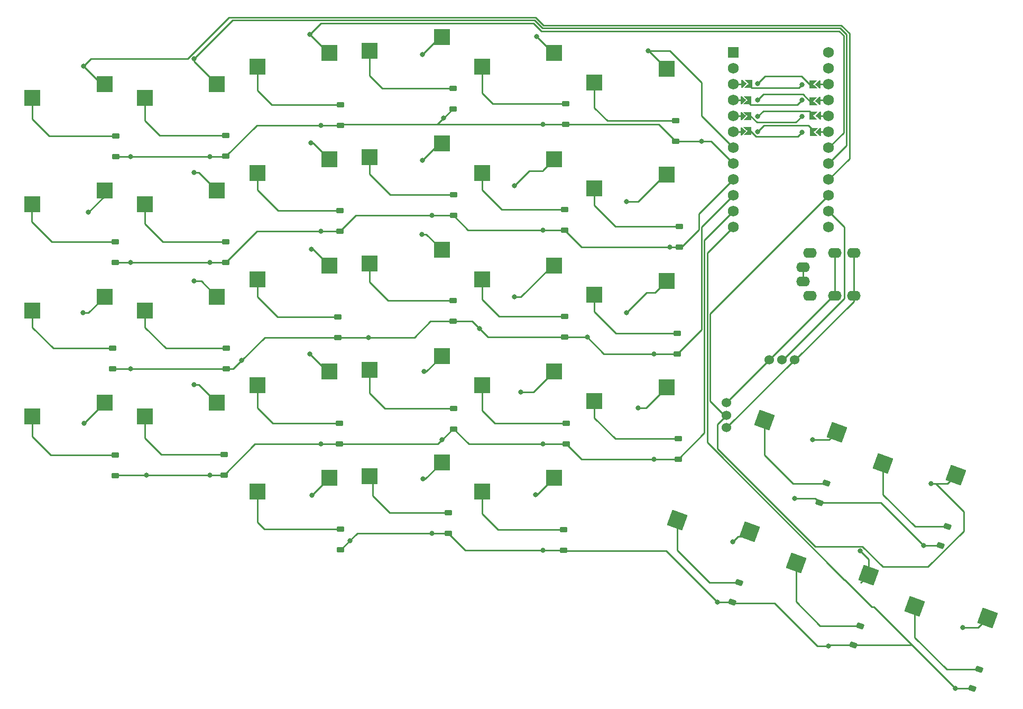
<source format=gbr>
%TF.GenerationSoftware,KiCad,Pcbnew,8.0.5*%
%TF.CreationDate,2024-12-08T15:47:29-07:00*%
%TF.ProjectId,Split V2,53706c69-7420-4563-922e-6b696361645f,rev?*%
%TF.SameCoordinates,Original*%
%TF.FileFunction,Copper,L1,Top*%
%TF.FilePolarity,Positive*%
%FSLAX46Y46*%
G04 Gerber Fmt 4.6, Leading zero omitted, Abs format (unit mm)*
G04 Created by KiCad (PCBNEW 8.0.5) date 2024-12-08 15:47:29*
%MOMM*%
%LPD*%
G01*
G04 APERTURE LIST*
G04 Aperture macros list*
%AMRoundRect*
0 Rectangle with rounded corners*
0 $1 Rounding radius*
0 $2 $3 $4 $5 $6 $7 $8 $9 X,Y pos of 4 corners*
0 Add a 4 corners polygon primitive as box body*
4,1,4,$2,$3,$4,$5,$6,$7,$8,$9,$2,$3,0*
0 Add four circle primitives for the rounded corners*
1,1,$1+$1,$2,$3*
1,1,$1+$1,$4,$5*
1,1,$1+$1,$6,$7*
1,1,$1+$1,$8,$9*
0 Add four rect primitives between the rounded corners*
20,1,$1+$1,$2,$3,$4,$5,0*
20,1,$1+$1,$4,$5,$6,$7,0*
20,1,$1+$1,$6,$7,$8,$9,0*
20,1,$1+$1,$8,$9,$2,$3,0*%
%AMRotRect*
0 Rectangle, with rotation*
0 The origin of the aperture is its center*
0 $1 length*
0 $2 width*
0 $3 Rotation angle, in degrees counterclockwise*
0 Add horizontal line*
21,1,$1,$2,0,0,$3*%
%AMFreePoly0*
4,1,6,-0.054118,0.683245,0.636958,0.066744,-0.054118,-0.566755,-0.273003,-0.563966,-0.269411,0.686099,-0.054118,0.683245,-0.054118,0.683245,$1*%
%AMFreePoly1*
4,1,6,0.394834,-1.028090,-0.855166,-1.028090,-0.164090,-0.411589,-0.855166,0.221910,0.394834,0.221910,0.394834,-1.028090,0.394834,-1.028090,$1*%
%AMFreePoly2*
4,1,6,0.164090,-0.411589,0.855166,-1.028090,-0.394834,-1.028090,-0.394834,0.221910,0.855166,0.221910,0.164090,-0.411589,0.164090,-0.411589,$1*%
G04 Aperture macros list end*
%TA.AperFunction,SMDPad,CuDef*%
%ADD10RoundRect,0.225000X0.375000X-0.225000X0.375000X0.225000X-0.375000X0.225000X-0.375000X-0.225000X0*%
%TD*%
%TA.AperFunction,SMDPad,CuDef*%
%ADD11R,2.600000X2.600000*%
%TD*%
%TA.AperFunction,ComponentPad*%
%ADD12C,1.524000*%
%TD*%
%TA.AperFunction,SMDPad,CuDef*%
%ADD13RotRect,2.600000X2.600000X340.000000*%
%TD*%
%TA.AperFunction,ComponentPad*%
%ADD14R,1.752600X1.752600*%
%TD*%
%TA.AperFunction,ComponentPad*%
%ADD15C,1.752600*%
%TD*%
%TA.AperFunction,SMDPad,CuDef*%
%ADD16FreePoly0,0.000000*%
%TD*%
%TA.AperFunction,ComponentPad*%
%ADD17C,0.800000*%
%TD*%
%TA.AperFunction,SMDPad,CuDef*%
%ADD18FreePoly1,180.000000*%
%TD*%
%TA.AperFunction,SMDPad,CuDef*%
%ADD19FreePoly2,0.000000*%
%TD*%
%TA.AperFunction,SMDPad,CuDef*%
%ADD20FreePoly1,0.000000*%
%TD*%
%TA.AperFunction,SMDPad,CuDef*%
%ADD21FreePoly0,180.000000*%
%TD*%
%TA.AperFunction,SMDPad,CuDef*%
%ADD22FreePoly2,180.000000*%
%TD*%
%TA.AperFunction,SMDPad,CuDef*%
%ADD23RoundRect,0.225000X0.275430X-0.339688X0.429339X0.083173X-0.275430X0.339688X-0.429339X-0.083173X0*%
%TD*%
%TA.AperFunction,ComponentPad*%
%ADD24O,2.200000X1.600000*%
%TD*%
%TA.AperFunction,ViaPad*%
%ADD25C,0.800000*%
%TD*%
%TA.AperFunction,Conductor*%
%ADD26C,0.250000*%
%TD*%
G04 APERTURE END LIST*
D10*
%TO.P,DX3\u002CY2,1,K*%
%TO.N,Row3*%
X132601803Y-93633910D03*
%TO.P,DX3\u002CY2,2,A*%
%TO.N,Net-(DX3\u002CY2-A)*%
X132601803Y-90333910D03*
%TD*%
%TO.P,DX1\u002CY5,1,K*%
%TO.N,Row1*%
X186734423Y-130112226D03*
%TO.P,DX1\u002CY5,2,A*%
%TO.N,Net-(DX1\u002CY5-A)*%
X186734423Y-126812226D03*
%TD*%
D11*
%TO.P,SWX1\u002CY0,1,1*%
%TO.N,Col0*%
X94885000Y-121090000D03*
%TO.P,SWX1\u002CY0,2,2*%
%TO.N,Net-(DX1\u002CY0-A)*%
X83335000Y-123290000D03*
%TD*%
D10*
%TO.P,DX3\u002CY3,1,K*%
%TO.N,Row3*%
X150762593Y-91086970D03*
%TO.P,DX3\u002CY3,2,A*%
%TO.N,Net-(DX3\u002CY3-A)*%
X150762593Y-87786970D03*
%TD*%
D11*
%TO.P,SWX4\u002CY0,1,1*%
%TO.N,Col0*%
X94885000Y-70090000D03*
%TO.P,SWX4\u002CY0,2,2*%
%TO.N,Net-(DX4\u002CY0-A)*%
X83335000Y-72290000D03*
%TD*%
D12*
%TO.P,Joystick1,1,VCC*%
%TO.N,VCC*%
X194500629Y-125059163D03*
X205350629Y-114209163D03*
%TO.P,Joystick1,2,DataY*%
%TO.N,B3*%
X194500629Y-123059163D03*
%TO.P,Joystick1,3,DataX*%
%TO.N,B2*%
X203350629Y-114209163D03*
%TO.P,Joystick1,4,GND*%
%TO.N,Gnd*%
X194500629Y-121059163D03*
X201350629Y-114209163D03*
%TD*%
D11*
%TO.P,SWX1\u002CY5,1,1*%
%TO.N,Col5*%
X184885000Y-118590000D03*
%TO.P,SWX1\u002CY5,2,2*%
%TO.N,Net-(DX1\u002CY5-A)*%
X173335000Y-120790000D03*
%TD*%
%TO.P,SWX1\u002CY4,1,1*%
%TO.N,Col4*%
X166885000Y-116090000D03*
%TO.P,SWX1\u002CY4,2,2*%
%TO.N,Net-(DX1\u002CY4-A)*%
X155335000Y-118290000D03*
%TD*%
D10*
%TO.P,DX2\u002CY2,1,K*%
%TO.N,Row2*%
X132211251Y-110611614D03*
%TO.P,DX2\u002CY2,2,A*%
%TO.N,Net-(DX2\u002CY2-A)*%
X132211251Y-107311614D03*
%TD*%
D13*
%TO.P,SWX0\u002CY3,1,1*%
%TO.N,Col3*%
X198194962Y-141697129D03*
%TO.P,SWX0\u002CY3,2,2*%
%TO.N,Net-(DX0\u002CY3-A)*%
X186589068Y-139814120D03*
%TD*%
D10*
%TO.P,DX1\u002CY0,1,K*%
%TO.N,Row1*%
X96568428Y-132726583D03*
%TO.P,DX1\u002CY0,2,A*%
%TO.N,Net-(DX1\u002CY0-A)*%
X96568428Y-129426583D03*
%TD*%
D11*
%TO.P,SWX3\u002CY1,1,1*%
%TO.N,Col1*%
X112885000Y-87090000D03*
%TO.P,SWX3\u002CY1,2,2*%
%TO.N,Net-(DX3\u002CY1-A)*%
X101335000Y-89290000D03*
%TD*%
D10*
%TO.P,DX4\u002CY2,1,K*%
%TO.N,Row4*%
X132656338Y-76671168D03*
%TO.P,DX4\u002CY2,2,A*%
%TO.N,Net-(DX4\u002CY2-A)*%
X132656338Y-73371168D03*
%TD*%
%TO.P,DX4\u002CY3,1,K*%
%TO.N,Row4*%
X150669480Y-74050404D03*
%TO.P,DX4\u002CY3,2,A*%
%TO.N,Net-(DX4\u002CY3-A)*%
X150669480Y-70750404D03*
%TD*%
D14*
%TO.P,ProMicro1,1,TX*%
%TO.N,unconnected-(ProMicro1-TX-Pad1)*%
X195580000Y-65016268D03*
D15*
%TO.P,ProMicro1,2,RX*%
%TO.N,unconnected-(ProMicro1-RX-Pad2)*%
X195580000Y-67556268D03*
%TO.P,ProMicro1,3,GND*%
%TO.N,Gnd*%
X195580000Y-70096268D03*
D16*
X197110938Y-70059009D03*
D17*
X199486417Y-69986269D03*
D18*
X208200000Y-70536268D03*
D15*
%TO.P,ProMicro1,4,GND*%
%TO.N,unconnected-(ProMicro1-GND-Pad4)*%
X195580000Y-72636268D03*
D16*
X197000000Y-72736268D03*
D17*
X199450000Y-72636268D03*
D18*
X208200000Y-73186268D03*
D15*
%TO.P,ProMicro1,5,D1*%
%TO.N,SDA*%
X195580000Y-75176268D03*
D16*
X197000000Y-75286268D03*
D17*
X199450000Y-75286268D03*
D19*
X208150000Y-74736268D03*
D15*
%TO.P,ProMicro1,6,D0*%
%TO.N,SCL*%
X195580000Y-77716268D03*
D16*
X197000000Y-77736268D03*
D17*
X199500000Y-77736268D03*
D19*
X208250000Y-77386268D03*
D15*
%TO.P,ProMicro1,7,D4*%
%TO.N,Col5*%
X195580000Y-80256268D03*
%TO.P,ProMicro1,8,C6*%
%TO.N,Row4*%
X195580000Y-82796268D03*
%TO.P,ProMicro1,9,D7*%
%TO.N,Row3*%
X195580000Y-85336268D03*
%TO.P,ProMicro1,10,E6*%
%TO.N,Row2*%
X195580000Y-87876268D03*
%TO.P,ProMicro1,11,B4*%
%TO.N,Row1*%
X195580000Y-90416268D03*
%TO.P,ProMicro1,12,B5*%
%TO.N,Row0*%
X195580000Y-92956268D03*
%TO.P,ProMicro1,13,B6*%
%TO.N,unconnected-(ProMicro1-B6-Pad13)*%
X210820000Y-92956268D03*
%TO.P,ProMicro1,14,B2*%
%TO.N,B2*%
X210820000Y-90416268D03*
%TO.P,ProMicro1,15,B3*%
%TO.N,B3*%
X210820000Y-87876268D03*
%TO.P,ProMicro1,16,B1*%
%TO.N,Col0*%
X210820000Y-85336268D03*
%TO.P,ProMicro1,17,F7*%
%TO.N,Col1*%
X210820000Y-82796268D03*
%TO.P,ProMicro1,18,F6*%
%TO.N,Col2*%
X210820000Y-80256268D03*
D20*
%TO.P,ProMicro1,19,F5*%
%TO.N,Col3*%
X198046592Y-77232348D03*
D17*
X206550000Y-77786268D03*
D21*
X209350000Y-77736268D03*
D15*
X210820000Y-77716268D03*
D20*
%TO.P,ProMicro1,20,F4*%
%TO.N,Col4*%
X198046592Y-74832348D03*
D17*
X206550000Y-75236268D03*
D21*
X209350000Y-75086268D03*
D15*
X210820000Y-75176268D03*
D22*
%TO.P,ProMicro1,21,VCC*%
%TO.N,VCC*%
X198050000Y-73086268D03*
D17*
X206550000Y-72636268D03*
D21*
X209300000Y-72686268D03*
D15*
X210820000Y-72636268D03*
D22*
%TO.P,ProMicro1,22,RST*%
%TO.N,unconnected-(ProMicro1-RST-Pad22)*%
X198193063Y-70388482D03*
D17*
X206550000Y-70186268D03*
D21*
X209300000Y-70086268D03*
D15*
X210820000Y-70096268D03*
%TO.P,ProMicro1,23,GND*%
%TO.N,unconnected-(ProMicro1-GND-Pad23)*%
X210820000Y-67556268D03*
%TO.P,ProMicro1,24,RAW*%
%TO.N,unconnected-(ProMicro1-RAW-Pad24)*%
X210820000Y-65016268D03*
%TD*%
D10*
%TO.P,DX3\u002CY4,1,K*%
%TO.N,Row3*%
X168517350Y-93412437D03*
%TO.P,DX3\u002CY4,2,A*%
%TO.N,Net-(DX3\u002CY4-A)*%
X168517350Y-90112437D03*
%TD*%
D23*
%TO.P,DX0\u002CY5,1,K*%
%TO.N,Row0*%
X233833395Y-166809810D03*
%TO.P,DX0\u002CY5,2,A*%
%TO.N,Net-(DX0\u002CY5-A)*%
X234962061Y-163708824D03*
%TD*%
D10*
%TO.P,DX1\u002CY1,1,K*%
%TO.N,Row1*%
X114009430Y-132615847D03*
%TO.P,DX1\u002CY1,2,A*%
%TO.N,Net-(DX1\u002CY1-A)*%
X114009430Y-129315847D03*
%TD*%
D23*
%TO.P,DMR1,1,K*%
%TO.N,Row1*%
X228735487Y-143936229D03*
%TO.P,DMR1,2,A*%
%TO.N,/Net-(DX0\u002CY4-A)*%
X229864153Y-140835243D03*
%TD*%
%TO.P,DX0\u002CY4,1,K*%
%TO.N,Row0*%
X214786712Y-159870321D03*
%TO.P,DX0\u002CY4,2,A*%
%TO.N,Net-(DX0\u002CY4-A)*%
X215915378Y-156769335D03*
%TD*%
D10*
%TO.P,DX1\u002CY3,1,K*%
%TO.N,Row1*%
X150802734Y-125265948D03*
%TO.P,DX1\u002CY3,2,A*%
%TO.N,Net-(DX1\u002CY3-A)*%
X150802734Y-121965948D03*
%TD*%
%TO.P,DX4\u002CY1,1,K*%
%TO.N,Row4*%
X114310987Y-81617400D03*
%TO.P,DX4\u002CY1,2,A*%
%TO.N,Net-(DX4\u002CY1-A)*%
X114310987Y-78317400D03*
%TD*%
D11*
%TO.P,SWX3\u002CY2,1,1*%
%TO.N,Col2*%
X130885000Y-82090000D03*
%TO.P,SWX3\u002CY2,2,2*%
%TO.N,Net-(DX3\u002CY2-A)*%
X119335000Y-84290000D03*
%TD*%
%TO.P,SWX4\u002CY3,1,1*%
%TO.N,Col3*%
X148885000Y-62590000D03*
%TO.P,SWX4\u002CY3,2,2*%
%TO.N,Net-(DX4\u002CY3-A)*%
X137335000Y-64790000D03*
%TD*%
D10*
%TO.P,DX2\u002CY4,1,K*%
%TO.N,Row2*%
X168532832Y-110574702D03*
%TO.P,DX2\u002CY4,2,A*%
%TO.N,Net-(DX2\u002CY4-A)*%
X168532832Y-107274702D03*
%TD*%
D11*
%TO.P,SWX2\u002CY2,1,1*%
%TO.N,Col2*%
X130885000Y-99090000D03*
%TO.P,SWX2\u002CY2,2,2*%
%TO.N,Net-(DX2\u002CY2-A)*%
X119335000Y-101290000D03*
%TD*%
D10*
%TO.P,DX4\u002CY5,1,K*%
%TO.N,Row4*%
X186326641Y-79255020D03*
%TO.P,DX4\u002CY5,2,A*%
%TO.N,Net-(DX4\u002CY5-A)*%
X186326641Y-75955020D03*
%TD*%
D11*
%TO.P,SWX0\u002CY0,1,1*%
%TO.N,Col0*%
X130885000Y-133090000D03*
%TO.P,SWX0\u002CY0,2,2*%
%TO.N,Net-(DX0\u002CY0-A)*%
X119335000Y-135290000D03*
%TD*%
D24*
%TO.P,J1,1*%
%TO.N,SCL*%
X206755848Y-99379405D03*
X206755848Y-101679405D03*
%TO.P,J1,2*%
%TO.N,SDA*%
X207855848Y-97079405D03*
X207855848Y-103979405D03*
%TO.P,J1,3,3*%
%TO.N,Gnd*%
X211855848Y-97079405D03*
X211855848Y-103979405D03*
%TO.P,J1,4,4*%
%TO.N,VCC*%
X214855848Y-97079405D03*
X214855848Y-103979405D03*
%TD*%
D10*
%TO.P,DX1\u002CY4,1,K*%
%TO.N,Row1*%
X168803195Y-127689087D03*
%TO.P,DX1\u002CY4,2,A*%
%TO.N,Net-(DX1\u002CY4-A)*%
X168803195Y-124389087D03*
%TD*%
%TO.P,DX3\u002CY0,1,K*%
%TO.N,Row3*%
X96612432Y-98617053D03*
%TO.P,DX3\u002CY0,2,A*%
%TO.N,Net-(DX3\u002CY0-A)*%
X96612432Y-95317053D03*
%TD*%
D11*
%TO.P,SWX3\u002CY4,1,1*%
%TO.N,Col4*%
X166885000Y-82090000D03*
%TO.P,SWX3\u002CY4,2,2*%
%TO.N,Net-(DX3\u002CY4-A)*%
X155335000Y-84290000D03*
%TD*%
%TO.P,SWX2\u002CY5,1,1*%
%TO.N,Col5*%
X184885000Y-101590000D03*
%TO.P,SWX2\u002CY5,2,2*%
%TO.N,Net-(DX2\u002CY5-A)*%
X173335000Y-103790000D03*
%TD*%
D10*
%TO.P,DX3\u002CY1,1,K*%
%TO.N,Row3*%
X114256452Y-98653966D03*
%TO.P,DX3\u002CY1,2,A*%
%TO.N,Net-(DX3\u002CY1-A)*%
X114256452Y-95353966D03*
%TD*%
D11*
%TO.P,SWX2\u002CY1,1,1*%
%TO.N,Col1*%
X112885000Y-104090000D03*
%TO.P,SWX2\u002CY1,2,2*%
%TO.N,Net-(DX2\u002CY1-A)*%
X101335000Y-106290000D03*
%TD*%
D23*
%TO.P,DX0\u002CY3,1,K*%
%TO.N,Row0*%
X195397269Y-152967652D03*
%TO.P,DX0\u002CY3,2,A*%
%TO.N,Net-(DX0\u002CY3-A)*%
X196525935Y-149866666D03*
%TD*%
D11*
%TO.P,SWX1\u002CY3,1,1*%
%TO.N,Col3*%
X148885000Y-113590000D03*
%TO.P,SWX1\u002CY3,2,2*%
%TO.N,Net-(DX1\u002CY3-A)*%
X137335000Y-115790000D03*
%TD*%
D10*
%TO.P,DX0\u002CY2,1,K*%
%TO.N,Row0*%
X168381064Y-144686128D03*
%TO.P,DX0\u002CY2,2,A*%
%TO.N,Net-(DX0\u002CY2-A)*%
X168381064Y-141386128D03*
%TD*%
D11*
%TO.P,SWX2\u002CY4,1,1*%
%TO.N,Col4*%
X166885000Y-99090000D03*
%TO.P,SWX2\u002CY4,2,2*%
%TO.N,Net-(DX2\u002CY4-A)*%
X155335000Y-101290000D03*
%TD*%
%TO.P,SWX1\u002CY2,1,1*%
%TO.N,Col2*%
X130885000Y-116090000D03*
%TO.P,SWX1\u002CY2,2,2*%
%TO.N,Net-(DX1\u002CY2-A)*%
X119335000Y-118290000D03*
%TD*%
D10*
%TO.P,DX3\u002CY5,1,K*%
%TO.N,Row3*%
X186899613Y-96143938D03*
%TO.P,DX3\u002CY5,2,A*%
%TO.N,Net-(DX3\u002CY5-A)*%
X186899613Y-92843938D03*
%TD*%
%TO.P,DX4\u002CY0,1,K*%
%TO.N,Row4*%
X96703880Y-81691224D03*
%TO.P,DX4\u002CY0,2,A*%
%TO.N,Net-(DX4\u002CY0-A)*%
X96703880Y-78391224D03*
%TD*%
D13*
%TO.P,SWML1,1,1*%
%TO.N,B2*%
X212143737Y-125763037D03*
%TO.P,SWML1,2,2*%
%TO.N,/Net-(DX0\u002CY3-A)*%
X200537843Y-123880028D03*
%TD*%
D11*
%TO.P,SWX0\u002CY1,1,1*%
%TO.N,Col1*%
X148885000Y-130590000D03*
%TO.P,SWX0\u002CY1,2,2*%
%TO.N,Net-(DX0\u002CY1-A)*%
X137335000Y-132790000D03*
%TD*%
D23*
%TO.P,DML1,1,K*%
%TO.N,Row1*%
X209346044Y-137033560D03*
%TO.P,DML1,2,A*%
%TO.N,/Net-(DX0\u002CY3-A)*%
X210474710Y-133932574D03*
%TD*%
D11*
%TO.P,SWX4\u002CY4,1,1*%
%TO.N,Col4*%
X166885000Y-65090000D03*
%TO.P,SWX4\u002CY4,2,2*%
%TO.N,Net-(DX4\u002CY4-A)*%
X155335000Y-67290000D03*
%TD*%
D13*
%TO.P,SWX0\u002CY4,2,2*%
%TO.N,Net-(DX0\u002CY4-A)*%
X205617844Y-146740028D03*
%TO.P,SWX0\u002CY4,1,1*%
%TO.N,Col4*%
X217223738Y-148623037D03*
%TD*%
D11*
%TO.P,SWX2\u002CY3,1,1*%
%TO.N,Col3*%
X148885000Y-96590000D03*
%TO.P,SWX2\u002CY3,2,2*%
%TO.N,Net-(DX2\u002CY3-A)*%
X137335000Y-98790000D03*
%TD*%
%TO.P,SWX3\u002CY3,1,1*%
%TO.N,Col3*%
X148885000Y-79590000D03*
%TO.P,SWX3\u002CY3,2,2*%
%TO.N,Net-(DX3\u002CY3-A)*%
X137335000Y-81790000D03*
%TD*%
%TO.P,SWX0\u002CY2,1,1*%
%TO.N,Col2*%
X166885000Y-133090000D03*
%TO.P,SWX0\u002CY2,2,2*%
%TO.N,Net-(DX0\u002CY2-A)*%
X155335000Y-135290000D03*
%TD*%
%TO.P,SWX1\u002CY1,1,1*%
%TO.N,Col1*%
X112885000Y-121090000D03*
%TO.P,SWX1\u002CY1,2,2*%
%TO.N,Net-(DX1\u002CY1-A)*%
X101335000Y-123290000D03*
%TD*%
D10*
%TO.P,DX1\u002CY2,1,K*%
%TO.N,Row1*%
X132525342Y-127689087D03*
%TO.P,DX1\u002CY2,2,A*%
%TO.N,Net-(DX1\u002CY2-A)*%
X132525342Y-124389087D03*
%TD*%
D11*
%TO.P,SWX4\u002CY5,1,1*%
%TO.N,Col5*%
X184885000Y-67590000D03*
%TO.P,SWX4\u002CY5,2,2*%
%TO.N,Net-(DX4\u002CY5-A)*%
X173335000Y-69790000D03*
%TD*%
D10*
%TO.P,DX2\u002CY0,1,K*%
%TO.N,Row2*%
X96184969Y-115631670D03*
%TO.P,DX2\u002CY0,2,A*%
%TO.N,Net-(DX2\u002CY0-A)*%
X96184969Y-112331670D03*
%TD*%
D11*
%TO.P,SWX3\u002CY0,1,1*%
%TO.N,Col0*%
X94885000Y-87090000D03*
%TO.P,SWX3\u002CY0,2,2*%
%TO.N,Net-(DX3\u002CY0-A)*%
X83335000Y-89290000D03*
%TD*%
D10*
%TO.P,DX2\u002CY5,1,K*%
%TO.N,Row2*%
X186582733Y-113250911D03*
%TO.P,DX2\u002CY5,2,A*%
%TO.N,Net-(DX2\u002CY5-A)*%
X186582733Y-109950911D03*
%TD*%
%TO.P,DX2\u002CY1,1,K*%
%TO.N,Row2*%
X114382671Y-115668582D03*
%TO.P,DX2\u002CY1,2,A*%
%TO.N,Net-(DX2\u002CY1-A)*%
X114382671Y-112368582D03*
%TD*%
D11*
%TO.P,SWX4\u002CY1,1,1*%
%TO.N,Col1*%
X112885000Y-70090000D03*
%TO.P,SWX4\u002CY1,2,2*%
%TO.N,Net-(DX4\u002CY1-A)*%
X101335000Y-72290000D03*
%TD*%
D10*
%TO.P,DX0\u002CY0,1,K*%
%TO.N,Row0*%
X132668535Y-144630760D03*
%TO.P,DX0\u002CY0,2,A*%
%TO.N,Net-(DX0\u002CY0-A)*%
X132668535Y-141330760D03*
%TD*%
D11*
%TO.P,SWX3\u002CY5,1,1*%
%TO.N,Col5*%
X184885000Y-84590000D03*
%TO.P,SWX3\u002CY5,2,2*%
%TO.N,Net-(DX3\u002CY5-A)*%
X173335000Y-86790000D03*
%TD*%
D10*
%TO.P,DX2\u002CY3,1,K*%
%TO.N,Row2*%
X150704251Y-108053335D03*
%TO.P,DX2\u002CY3,2,A*%
%TO.N,Net-(DX2\u002CY3-A)*%
X150704251Y-104753335D03*
%TD*%
D11*
%TO.P,SWX2\u002CY0,1,1*%
%TO.N,Col0*%
X94885000Y-104090000D03*
%TO.P,SWX2\u002CY0,2,2*%
%TO.N,Net-(DX2\u002CY0-A)*%
X83335000Y-106290000D03*
%TD*%
D10*
%TO.P,DX4\u002CY4,1,K*%
%TO.N,Row4*%
X168719533Y-76560432D03*
%TO.P,DX4\u002CY4,2,A*%
%TO.N,Net-(DX4\u002CY4-A)*%
X168719533Y-73260432D03*
%TD*%
%TO.P,DX0\u002CY1,1,K*%
%TO.N,Row0*%
X149943433Y-141973083D03*
%TO.P,DX0\u002CY1,2,A*%
%TO.N,Net-(DX0\u002CY1-A)*%
X149943433Y-138673083D03*
%TD*%
D11*
%TO.P,SWX4\u002CY2,1,1*%
%TO.N,Col2*%
X130885000Y-65090000D03*
%TO.P,SWX4\u002CY2,2,2*%
%TO.N,Net-(DX4\u002CY2-A)*%
X119335000Y-67290000D03*
%TD*%
D13*
%TO.P,SWX0\u002CY5,1,1*%
%TO.N,Col5*%
X236252513Y-155548945D03*
%TO.P,SWX0\u002CY5,2,2*%
%TO.N,Net-(DX0\u002CY5-A)*%
X224646619Y-153665936D03*
%TD*%
%TO.P,SWMR1,1,1*%
%TO.N,B3*%
X231172513Y-132688945D03*
%TO.P,SWMR1,2,2*%
%TO.N,/Net-(DX0\u002CY4-A)*%
X219566619Y-130805936D03*
%TD*%
D25*
%TO.N,Col4*%
X215900000Y-144780000D03*
%TO.N,Row0*%
X165100000Y-144686128D03*
X193040000Y-152967652D03*
X134152899Y-143147064D03*
X210820000Y-160020000D03*
X147320000Y-141973083D03*
%TO.N,Row1*%
X101600000Y-132615847D03*
X111760000Y-132615847D03*
X165100000Y-127689087D03*
X129540000Y-127689087D03*
X182880000Y-130112226D03*
X148922152Y-127009743D03*
X205393970Y-136348999D03*
X226060000Y-143936229D03*
%TO.N,Row2*%
X137160000Y-110611614D03*
X172164817Y-110573665D03*
X116840000Y-114300000D03*
X154940000Y-109220000D03*
X182880000Y-113250911D03*
X99060000Y-115631670D03*
%TO.N,Row3*%
X147320000Y-91086970D03*
X185420000Y-96143938D03*
X111760000Y-98653966D03*
X129540000Y-93633910D03*
X165100000Y-93412437D03*
X99060000Y-98653966D03*
%TO.N,Row4*%
X99060000Y-81691224D03*
X165100000Y-76560432D03*
X111760000Y-81691224D03*
X129540000Y-76671168D03*
X149189942Y-75529942D03*
X190500000Y-79255020D03*
%TO.N,Col5*%
X178485000Y-88900000D03*
X181973528Y-64713832D03*
X180340000Y-121920000D03*
X232319125Y-157011377D03*
X178485000Y-106680000D03*
%TO.N,Col0*%
X92303955Y-90576045D03*
X91483560Y-67213007D03*
X91596162Y-124378837D03*
X128103539Y-135878421D03*
X91440000Y-106680000D03*
%TO.N,B2*%
X208280000Y-127000000D03*
%TO.N,B3*%
X227196259Y-134032476D03*
%TO.N,Col2*%
X127718752Y-62095818D03*
X128012787Y-96465257D03*
X127914775Y-79476561D03*
X163888603Y-135796140D03*
X127745704Y-113276322D03*
%TO.N,Col1*%
X109220000Y-84205000D03*
X109220000Y-66040000D03*
X109234520Y-101600000D03*
X145854498Y-133280340D03*
X109220000Y-118205000D03*
%TO.N,Col4*%
X160485000Y-104140000D03*
X164054541Y-62486118D03*
X161520500Y-119380000D03*
X160485000Y-86360000D03*
%TO.N,Col3*%
X195449317Y-143293762D03*
X145802575Y-65339403D03*
X146008005Y-116094295D03*
X145703080Y-94117892D03*
X145760117Y-82292240D03*
%TO.N,Row0*%
X231140000Y-166809810D03*
%TD*%
D26*
%TO.N,Col0*%
X94360553Y-70090000D02*
X94885000Y-70090000D01*
X91483560Y-67213007D02*
X94360553Y-70090000D01*
%TO.N,B3*%
X193040000Y-124519792D02*
X194500629Y-123059163D01*
X193040000Y-128411930D02*
X193040000Y-124519792D01*
X219528736Y-147320000D02*
X216259327Y-144050591D01*
X232465345Y-141605232D02*
X226750577Y-147320000D01*
X208678661Y-144050591D02*
X193040000Y-128411930D01*
X232465345Y-138485345D02*
X232465345Y-141605232D01*
X228012476Y-134032476D02*
X232465345Y-138485345D01*
X226750577Y-147320000D02*
X219528736Y-147320000D01*
X227196259Y-134032476D02*
X228012476Y-134032476D01*
X216259327Y-144050591D02*
X208678661Y-144050591D01*
%TO.N,/Net-(DX0\u002CY3-A)*%
X210368078Y-134039206D02*
X210474710Y-133932574D01*
X205153666Y-134039206D02*
X210368078Y-134039206D01*
X200537843Y-129423383D02*
X205153666Y-134039206D01*
X200537843Y-123880028D02*
X200537843Y-129423383D01*
%TO.N,B3*%
X194128326Y-123059163D02*
X194500629Y-123059163D01*
X191850000Y-120780837D02*
X194128326Y-123059163D01*
X191850000Y-106846268D02*
X191850000Y-120780837D01*
X210820000Y-87876268D02*
X191850000Y-106846268D01*
%TO.N,Col4*%
X217223738Y-146103738D02*
X217223738Y-148623037D01*
X215900000Y-144780000D02*
X217223738Y-146103738D01*
%TO.N,Row0*%
X191400000Y-97136268D02*
X195580000Y-92956268D01*
X213369595Y-149377921D02*
X191400000Y-127408326D01*
X218079493Y-153749303D02*
X217772473Y-153749303D01*
X217772473Y-153749303D02*
X213401091Y-149377921D01*
X213401091Y-149377921D02*
X213369595Y-149377921D01*
X191400000Y-127408326D02*
X191400000Y-97136268D01*
X224200511Y-159870321D02*
X218079493Y-153749303D01*
X202162181Y-153139996D02*
X195569613Y-153139996D01*
X209044700Y-160022515D02*
X202162181Y-153139996D01*
X210817485Y-160022515D02*
X209044700Y-160022515D01*
X210820000Y-160020000D02*
X210817485Y-160022515D01*
X195569613Y-153139996D02*
X195397269Y-152967652D01*
%TO.N,Row1*%
X219157331Y-137033560D02*
X226060000Y-143936229D01*
X209346044Y-137033560D02*
X219157331Y-137033560D01*
X208664328Y-136351844D02*
X209346044Y-137033560D01*
X205396815Y-136351844D02*
X208664328Y-136351844D01*
X205393970Y-136348999D02*
X205396815Y-136351844D01*
%TO.N,Row0*%
X224200511Y-159870321D02*
X214786712Y-159870321D01*
X168474936Y-144780000D02*
X168381064Y-144686128D01*
X184852348Y-144780000D02*
X168474936Y-144780000D01*
X193040000Y-152967652D02*
X184852348Y-144780000D01*
%TO.N,Col0*%
X214150181Y-61974404D02*
X214150181Y-82006087D01*
X214150181Y-82006087D02*
X210820000Y-85336268D01*
X212861895Y-60686118D02*
X214150181Y-61974404D01*
X163927916Y-59425000D02*
X165189034Y-60686118D01*
X114809695Y-59425000D02*
X163927916Y-59425000D01*
X165189034Y-60686118D02*
X212861895Y-60686118D01*
X108194695Y-66040000D02*
X114809695Y-59425000D01*
X92656567Y-66040000D02*
X108194695Y-66040000D01*
X91483560Y-67213007D02*
X92656567Y-66040000D01*
%TO.N,Col2*%
X213229317Y-62326332D02*
X213229317Y-77846951D01*
X164816242Y-61586118D02*
X212489103Y-61586118D01*
X212489103Y-61586118D02*
X213229317Y-62326332D01*
X213229317Y-77846951D02*
X210820000Y-80256268D01*
X163555124Y-60325000D02*
X164816242Y-61586118D01*
X127718752Y-62095818D02*
X129489570Y-60325000D01*
X129489570Y-60325000D02*
X163555124Y-60325000D01*
%TO.N,Col1*%
X213700181Y-79916087D02*
X210820000Y-82796268D01*
X213700181Y-62160800D02*
X213700181Y-79916087D01*
X115385000Y-59875000D02*
X163741520Y-59875000D01*
X165002638Y-61136118D02*
X212675499Y-61136118D01*
X212675499Y-61136118D02*
X213700181Y-62160800D01*
X109220000Y-66040000D02*
X115385000Y-59875000D01*
X163741520Y-59875000D02*
X165002638Y-61136118D01*
%TO.N,Net-(DX0\u002CY0-A)*%
X119335000Y-135290000D02*
X119335000Y-140220900D01*
X120444860Y-141330760D02*
X130810000Y-141330760D01*
X119335000Y-140220900D02*
X120444860Y-141330760D01*
X130810000Y-141330760D02*
X132668535Y-141330760D01*
%TO.N,Net-(DX0\u002CY1-A)*%
X137795000Y-135958684D02*
X140509399Y-138673083D01*
X137795000Y-133250000D02*
X137795000Y-135958684D01*
X140509399Y-138673083D02*
X149943433Y-138673083D01*
X137335000Y-132790000D02*
X137795000Y-133250000D01*
%TO.N,Net-(DX0\u002CY2-A)*%
X157859100Y-141386128D02*
X168381064Y-141386128D01*
X155335000Y-138862028D02*
X157859100Y-141386128D01*
X155335000Y-135290000D02*
X154305000Y-136320000D01*
X155335000Y-135290000D02*
X155335000Y-138862028D01*
%TO.N,Net-(DX0\u002CY3-A)*%
X186589068Y-139814120D02*
X186589068Y-144695685D01*
X191760049Y-149866666D02*
X196525935Y-149866666D01*
X186589068Y-144695685D02*
X191760049Y-149866666D01*
%TO.N,Net-(DX0\u002CY4-A)*%
X209460000Y-156755000D02*
X215901043Y-156755000D01*
X205617844Y-152912844D02*
X209460000Y-156755000D01*
X215901043Y-156755000D02*
X215915378Y-156769335D01*
X205617844Y-146740028D02*
X205617844Y-152912844D01*
%TO.N,Net-(DX0\u002CY5-A)*%
X224646619Y-153665936D02*
X224646619Y-158606619D01*
X229748824Y-163708824D02*
X234962061Y-163708824D01*
X224646619Y-158606619D02*
X229748824Y-163708824D01*
%TO.N,Net-(DX1\u002CY0-A)*%
X86246583Y-129426583D02*
X96568428Y-129426583D01*
X83335000Y-126515000D02*
X86246583Y-129426583D01*
X83335000Y-123290000D02*
X83335000Y-126515000D01*
%TO.N,Net-(DX1\u002CY1-A)*%
X101335000Y-123290000D02*
X101335000Y-126735000D01*
X101335000Y-126735000D02*
X103915847Y-129315847D01*
X103915847Y-129315847D02*
X114009430Y-129315847D01*
%TO.N,Net-(DX1\u002CY2-A)*%
X119335000Y-121875000D02*
X121849087Y-124389087D01*
X119335000Y-118290000D02*
X119335000Y-121875000D01*
X121849087Y-124389087D02*
X132525342Y-124389087D01*
%TO.N,Net-(DX1\u002CY3-A)*%
X137335000Y-115790000D02*
X137335000Y-119555000D01*
X137335000Y-119555000D02*
X139745948Y-121965948D01*
X139745948Y-121965948D02*
X150802734Y-121965948D01*
%TO.N,Net-(DX1\u002CY4-A)*%
X159271301Y-124387750D02*
X159272638Y-124389087D01*
X155335000Y-122315000D02*
X157407750Y-124387750D01*
X159272638Y-124389087D02*
X168803195Y-124389087D01*
X157407750Y-124387750D02*
X159271301Y-124387750D01*
X155335000Y-118290000D02*
X155335000Y-122315000D01*
%TO.N,Net-(DX1\u002CY5-A)*%
X176647552Y-126811236D02*
X182613705Y-126811236D01*
X182613705Y-126811236D02*
X182614695Y-126812226D01*
X182614695Y-126812226D02*
X186734423Y-126812226D01*
X173335000Y-120790000D02*
X173335000Y-123498684D01*
X173335000Y-123498684D02*
X176647552Y-126811236D01*
%TO.N,Net-(DX2\u002CY0-A)*%
X83335000Y-108998684D02*
X86667986Y-112331670D01*
X86667986Y-112331670D02*
X96184969Y-112331670D01*
X83335000Y-106290000D02*
X83335000Y-108998684D01*
%TO.N,Net-(DX2\u002CY1-A)*%
X101335000Y-108998684D02*
X104704898Y-112368582D01*
X101335000Y-106290000D02*
X101335000Y-108998684D01*
X104704898Y-112368582D02*
X114382671Y-112368582D01*
%TO.N,Net-(DX2\u002CY2-A)*%
X119335000Y-104095000D02*
X122551614Y-107311614D01*
X122551614Y-107311614D02*
X132211251Y-107311614D01*
X119335000Y-101290000D02*
X119335000Y-104095000D01*
%TO.N,Net-(DX2\u002CY3-A)*%
X137335000Y-98790000D02*
X137335000Y-101775000D01*
X137335000Y-101775000D02*
X140313335Y-104753335D01*
X140313335Y-104753335D02*
X150704251Y-104753335D01*
%TO.N,Net-(DX2\u002CY4-A)*%
X155335000Y-101290000D02*
X155335000Y-104535000D01*
X155335000Y-104535000D02*
X158074702Y-107274702D01*
X158074702Y-107274702D02*
X168532832Y-107274702D01*
%TO.N,Net-(DX2\u002CY5-A)*%
X176787227Y-109950911D02*
X186582733Y-109950911D01*
X173335000Y-106498684D02*
X176787227Y-109950911D01*
X173335000Y-103790000D02*
X173335000Y-106498684D01*
%TO.N,Net-(DX3\u002CY0-A)*%
X83185000Y-92075000D02*
X86427053Y-95317053D01*
X83185000Y-89440000D02*
X83185000Y-92075000D01*
X86427053Y-95317053D02*
X96612432Y-95317053D01*
X83335000Y-89290000D02*
X83185000Y-89440000D01*
%TO.N,Net-(DX3\u002CY1-A)*%
X101335000Y-92445000D02*
X104243966Y-95353966D01*
X101335000Y-89290000D02*
X101335000Y-92445000D01*
X104243966Y-95353966D02*
X114256452Y-95353966D01*
%TO.N,Net-(DX3\u002CY2-A)*%
X119335000Y-86998684D02*
X122670226Y-90333910D01*
X122670226Y-90333910D02*
X132601803Y-90333910D01*
X119335000Y-84290000D02*
X119335000Y-86998684D01*
%TO.N,Net-(DX3\u002CY3-A)*%
X137335000Y-84498684D02*
X140623286Y-87786970D01*
X140623286Y-87786970D02*
X150762593Y-87786970D01*
X137335000Y-81790000D02*
X137335000Y-84498684D01*
%TO.N,Net-(DX3\u002CY4-A)*%
X158465816Y-90129500D02*
X168500287Y-90129500D01*
X155335000Y-84290000D02*
X155335000Y-86998684D01*
X168500287Y-90129500D02*
X168517350Y-90112437D01*
X155335000Y-86998684D02*
X158465816Y-90129500D01*
%TO.N,unconnected-(ProMicro1-GND-Pad4)*%
X199450000Y-72636268D02*
X200364708Y-71721560D01*
X206735292Y-71721560D02*
X208200000Y-73186268D01*
X196900000Y-72636268D02*
X197000000Y-72736268D01*
X200364708Y-71721560D02*
X206735292Y-71721560D01*
X195580000Y-72636268D02*
X196900000Y-72636268D01*
%TO.N,Net-(DX3\u002CY5-A)*%
X176680254Y-92843938D02*
X186899613Y-92843938D01*
X173335000Y-89515000D02*
X175260000Y-91440000D01*
X173335000Y-86790000D02*
X173335000Y-89515000D01*
X175276316Y-91440000D02*
X176680254Y-92843938D01*
X175260000Y-91440000D02*
X175276316Y-91440000D01*
%TO.N,Net-(DX4\u002CY0-A)*%
X83335000Y-75715000D02*
X86011513Y-78391513D01*
X87961023Y-78391513D02*
X87961312Y-78391224D01*
X87961312Y-78391224D02*
X96703880Y-78391224D01*
X86011513Y-78391513D02*
X87961023Y-78391513D01*
X83335000Y-72290000D02*
X83335000Y-75715000D01*
%TO.N,unconnected-(ProMicro1-RST-Pad22)*%
X206550000Y-70186268D02*
X206024999Y-70711269D01*
X198515850Y-70711269D02*
X198193063Y-70388482D01*
X209310000Y-70096268D02*
X209300000Y-70086268D01*
X206024999Y-70711269D02*
X198515850Y-70711269D01*
X210820000Y-70096268D02*
X209310000Y-70096268D01*
%TO.N,Net-(DX4\u002CY1-A)*%
X105396519Y-78317400D02*
X114310987Y-78317400D01*
X101335000Y-72290000D02*
X101335000Y-75935000D01*
X105387747Y-78326172D02*
X105396519Y-78317400D01*
X101335000Y-75935000D02*
X103726172Y-78326172D01*
X103726172Y-78326172D02*
X105387747Y-78326172D01*
%TO.N,Net-(DX4\u002CY2-A)*%
X121629594Y-73369594D02*
X123598464Y-73369594D01*
X119335000Y-67290000D02*
X119335000Y-71075000D01*
X119335000Y-71075000D02*
X121629594Y-73369594D01*
X123598464Y-73369594D02*
X123600038Y-73371168D01*
X123600038Y-73371168D02*
X132656338Y-73371168D01*
%TO.N,Net-(DX4\u002CY3-A)*%
X139330404Y-70750404D02*
X150669480Y-70750404D01*
X137335000Y-68755000D02*
X139330404Y-70750404D01*
X137335000Y-64790000D02*
X137335000Y-68755000D01*
%TO.N,Net-(DX4\u002CY4-A)*%
X155335000Y-71515000D02*
X157080432Y-73260432D01*
X157080432Y-73260432D02*
X168719533Y-73260432D01*
X155335000Y-67290000D02*
X155335000Y-71515000D01*
%TO.N,Net-(DX4\u002CY5-A)*%
X173335000Y-73874608D02*
X175415412Y-75955020D01*
X173335000Y-69790000D02*
X173335000Y-73874608D01*
X175415412Y-75955020D02*
X186326641Y-75955020D01*
%TO.N,Row0*%
X149943433Y-141973083D02*
X147320000Y-141973083D01*
X165100000Y-144686128D02*
X152656478Y-144686128D01*
X152656478Y-144686128D02*
X149943433Y-141973083D01*
X210820000Y-160020000D02*
X210969679Y-159870321D01*
X168381064Y-144686128D02*
X165100000Y-144686128D01*
X135326212Y-141973083D02*
X132668535Y-144630760D01*
X147320000Y-141973083D02*
X135326212Y-141973083D01*
X195397269Y-152967652D02*
X193040000Y-152967652D01*
X210969679Y-159870321D02*
X214786712Y-159870321D01*
%TO.N,Row1*%
X226060000Y-143936229D02*
X228735487Y-143936229D01*
X101600000Y-132615847D02*
X96679164Y-132615847D01*
X118936190Y-127689087D02*
X114009430Y-132615847D01*
X165100000Y-127689087D02*
X153225873Y-127689087D01*
X148922152Y-127009743D02*
X148242808Y-127689087D01*
X186734423Y-130112226D02*
X182880000Y-130112226D01*
X148922152Y-127009743D02*
X148922153Y-127009743D01*
X129540000Y-127689087D02*
X118936190Y-127689087D01*
X150665948Y-125265948D02*
X150802734Y-125265948D01*
X132525342Y-127689087D02*
X129540000Y-127689087D01*
X114009430Y-132615847D02*
X111760000Y-132615847D01*
X190950000Y-95046268D02*
X195580000Y-90416268D01*
X168803195Y-127689087D02*
X165100000Y-127689087D01*
X148242808Y-127689087D02*
X132525342Y-127689087D01*
X111760000Y-132615847D02*
X101600000Y-132615847D01*
X190950000Y-125896649D02*
X190950000Y-95046268D01*
X182880000Y-130112226D02*
X171226334Y-130112226D01*
X96679164Y-132615847D02*
X96568428Y-132726583D01*
X171226334Y-130112226D02*
X168803195Y-127689087D01*
X186734423Y-130112226D02*
X190950000Y-125896649D01*
X148922153Y-127009743D02*
X150665948Y-125265948D01*
X153225873Y-127689087D02*
X150802734Y-125265948D01*
%TO.N,Row2*%
X168533869Y-110573665D02*
X168532832Y-110574702D01*
X120528386Y-110611614D02*
X132211251Y-110611614D01*
X186582733Y-113250911D02*
X182880000Y-113250911D01*
X116840000Y-114300000D02*
X120528386Y-110611614D01*
X114345759Y-115631670D02*
X114382671Y-115668582D01*
X144511556Y-110611614D02*
X147069835Y-108053335D01*
X99060000Y-115631670D02*
X114345759Y-115631670D01*
X190500000Y-109333644D02*
X190500000Y-92956268D01*
X186582733Y-113250911D02*
X190500000Y-109333644D01*
X137160000Y-110611614D02*
X144511556Y-110611614D01*
X115471418Y-115668582D02*
X116840000Y-114300000D01*
X96184969Y-115631670D02*
X99060000Y-115631670D01*
X156294702Y-110574702D02*
X154940000Y-109220000D01*
X153761914Y-108041914D02*
X150715672Y-108041914D01*
X174842063Y-113250911D02*
X172164817Y-110573665D01*
X172164817Y-110573665D02*
X168533869Y-110573665D01*
X168532832Y-110574702D02*
X156294702Y-110574702D01*
X154940000Y-109220000D02*
X153761914Y-108041914D01*
X132211251Y-110611614D02*
X137160000Y-110611614D01*
X190500000Y-92956268D02*
X195580000Y-87876268D01*
X150715672Y-108041914D02*
X150704251Y-108053335D01*
X114382671Y-115668582D02*
X115471418Y-115668582D01*
X182880000Y-113250911D02*
X174842063Y-113250911D01*
X147069835Y-108053335D02*
X150704251Y-108053335D01*
%TO.N,Row3*%
X153088060Y-93412437D02*
X150762593Y-91086970D01*
X150762593Y-91086970D02*
X147320000Y-91086970D01*
X119276508Y-93633910D02*
X114256452Y-98653966D01*
X190050000Y-90866268D02*
X195580000Y-85336268D01*
X190050000Y-93394276D02*
X190050000Y-90866268D01*
X171248851Y-96143938D02*
X168517350Y-93412437D01*
X147320000Y-91086970D02*
X135148743Y-91086970D01*
X185420000Y-96143938D02*
X171248851Y-96143938D01*
X165100000Y-93412437D02*
X153088060Y-93412437D01*
X129540000Y-93633910D02*
X119276508Y-93633910D01*
X99060000Y-98653966D02*
X96649345Y-98653966D01*
X186899613Y-96143938D02*
X185420000Y-96143938D01*
X111760000Y-98653966D02*
X99060000Y-98653966D01*
X186899613Y-96143938D02*
X187300338Y-96143938D01*
X132601803Y-93633910D02*
X129540000Y-93633910D01*
X114256452Y-98653966D02*
X111760000Y-98653966D01*
X96649345Y-98653966D02*
X96612432Y-98617053D01*
X168517350Y-93412437D02*
X165100000Y-93412437D01*
X135148743Y-91086970D02*
X132601803Y-93633910D01*
X187300338Y-96143938D02*
X190050000Y-93394276D01*
%TO.N,Row4*%
X186326641Y-79255020D02*
X190500000Y-79255020D01*
X190500000Y-79255020D02*
X192038752Y-79255020D01*
X149189942Y-75529942D02*
X150669480Y-74050404D01*
X99060000Y-81691224D02*
X111760000Y-81691224D01*
X183632053Y-76560432D02*
X186326641Y-79255020D01*
X165100000Y-76560432D02*
X148159452Y-76560432D01*
X114310987Y-81617400D02*
X119257219Y-76671168D01*
X132781764Y-76545742D02*
X148144762Y-76545742D01*
X132656338Y-76671168D02*
X132781764Y-76545742D01*
X129540000Y-76671168D02*
X132656338Y-76671168D01*
X119257219Y-76671168D02*
X129540000Y-76671168D01*
X168719533Y-76560432D02*
X183632053Y-76560432D01*
X192038752Y-79255020D02*
X195580000Y-82796268D01*
X111760000Y-81691224D02*
X114237163Y-81691224D01*
X168719533Y-76560432D02*
X165100000Y-76560432D01*
X148144762Y-76545742D02*
X148159452Y-76560432D01*
X148159452Y-76560432D02*
X149189942Y-75529942D01*
X96703880Y-81691224D02*
X99060000Y-81691224D01*
X114237163Y-81691224D02*
X114310987Y-81617400D01*
%TO.N,Col5*%
X190500000Y-69850000D02*
X190500000Y-75176268D01*
X184605001Y-84590000D02*
X180295001Y-88900000D01*
X181700000Y-103465000D02*
X178485000Y-106680000D01*
X181555000Y-121920000D02*
X180340000Y-121920000D01*
X185363832Y-64713832D02*
X190500000Y-69850000D01*
X184885000Y-118590000D02*
X181555000Y-121920000D01*
X184885000Y-101590000D02*
X183010000Y-103465000D01*
X182008832Y-64713832D02*
X181973528Y-64713832D01*
X180295001Y-88900000D02*
X178485000Y-88900000D01*
X183010000Y-103465000D02*
X181700000Y-103465000D01*
X181973528Y-64713832D02*
X185363832Y-64713832D01*
X184885000Y-67590000D02*
X182008832Y-64713832D01*
X236252513Y-155548945D02*
X234790081Y-157011377D01*
X190500000Y-75176268D02*
X195580000Y-80256268D01*
X184885000Y-84590000D02*
X184605001Y-84590000D01*
X234790081Y-157011377D02*
X232319125Y-157011377D01*
%TO.N,Gnd*%
X200653655Y-68819031D02*
X206482763Y-68819031D01*
X199486417Y-69986269D02*
X200653655Y-68819031D01*
X211871200Y-103994757D02*
X211855848Y-103979405D01*
X195580000Y-70096268D02*
X197073679Y-70096268D01*
X211855848Y-103979405D02*
X211580387Y-103979405D01*
X211855848Y-103979405D02*
X211855848Y-97079405D01*
X206482763Y-68819031D02*
X208200000Y-70536268D01*
X194500629Y-121059163D02*
X201350629Y-114209163D01*
X211580387Y-103979405D02*
X201350629Y-114209163D01*
X197073679Y-70096268D02*
X197110938Y-70059009D01*
%TO.N,Col0*%
X92303955Y-90576045D02*
X94885000Y-87995000D01*
X130885000Y-133096960D02*
X128103539Y-135878421D01*
X91596163Y-124378837D02*
X91596162Y-124378837D01*
X92295000Y-106680000D02*
X91440000Y-106680000D01*
X94885000Y-104090000D02*
X92295000Y-106680000D01*
X130885000Y-133090000D02*
X130885000Y-133096960D01*
X94885000Y-121090000D02*
X91596163Y-124378837D01*
X94885000Y-87995000D02*
X94885000Y-87090000D01*
%TO.N,SCL*%
X195580000Y-77716268D02*
X196980000Y-77716268D01*
X199500000Y-77736268D02*
X200517655Y-76718613D01*
X207582345Y-76718613D02*
X208250000Y-77386268D01*
X200517655Y-76718613D02*
X207582345Y-76718613D01*
X196980000Y-77716268D02*
X197000000Y-77736268D01*
X206755848Y-101679405D02*
X206755848Y-99379405D01*
%TO.N,SDA*%
X199450000Y-75286268D02*
X200371978Y-74364290D01*
X196890000Y-75176268D02*
X197000000Y-75286268D01*
X195580000Y-75176268D02*
X196890000Y-75176268D01*
X200371978Y-74364290D02*
X207778022Y-74364290D01*
X207778022Y-74364290D02*
X208150000Y-74736268D01*
%TO.N,VCC*%
X214855848Y-103979405D02*
X214855848Y-104861352D01*
X210820000Y-72636268D02*
X209350000Y-72636268D01*
X205825000Y-73361268D02*
X198325000Y-73361268D01*
X206550000Y-72636268D02*
X205825000Y-73361268D01*
X205508037Y-114209163D02*
X205350629Y-114209163D01*
X198325000Y-73361268D02*
X198050000Y-73086268D01*
X209350000Y-72636268D02*
X209300000Y-72686268D01*
X214855848Y-103979405D02*
X214855848Y-97079405D01*
X194500629Y-125059163D02*
X205350629Y-114209163D01*
X214855848Y-104861352D02*
X205508037Y-114209163D01*
%TO.N,B2*%
X210906774Y-127000000D02*
X208280000Y-127000000D01*
X212143737Y-125763037D02*
X210906774Y-127000000D01*
X203350629Y-114209163D02*
X203517080Y-114209163D01*
X213360000Y-92956268D02*
X210820000Y-90416268D01*
X213360000Y-104366243D02*
X213360000Y-92956268D01*
X203517080Y-114209163D02*
X213360000Y-104366243D01*
%TO.N,B3*%
X231172513Y-132688945D02*
X229828982Y-134032476D01*
X229828982Y-134032476D02*
X227196259Y-134032476D01*
%TO.N,/Net-(DX0\u002CY4-A)*%
X224655243Y-140835243D02*
X229864153Y-140835243D01*
X219566619Y-130805936D02*
X219566619Y-135746619D01*
X219566619Y-135746619D02*
X224655243Y-140835243D01*
%TO.N,Col2*%
X128260257Y-96465257D02*
X128012787Y-96465257D01*
X128271561Y-79476561D02*
X127914775Y-79476561D01*
X130885000Y-116090000D02*
X130559382Y-116090000D01*
X130885000Y-65090000D02*
X130712934Y-65090000D01*
X164178860Y-135796140D02*
X163888603Y-135796140D01*
X130885000Y-82090000D02*
X128271561Y-79476561D01*
X166885000Y-133090000D02*
X164178860Y-135796140D01*
X130885000Y-99090000D02*
X128260257Y-96465257D01*
X130559382Y-116090000D02*
X127745704Y-113276322D01*
X130712934Y-65090000D02*
X127718752Y-62095818D01*
%TO.N,Col1*%
X112885000Y-70090000D02*
X109220000Y-66425000D01*
X112885000Y-104090000D02*
X110395000Y-101600000D01*
X110395000Y-101600000D02*
X109234520Y-101600000D01*
X112885000Y-121090000D02*
X110000000Y-118205000D01*
X146194660Y-133280340D02*
X145854498Y-133280340D01*
X148885000Y-130590000D02*
X146194660Y-133280340D01*
X110000000Y-118205000D02*
X109220000Y-118205000D01*
X112885000Y-87090000D02*
X110000000Y-84205000D01*
X109220000Y-66425000D02*
X109220000Y-66040000D01*
X110000000Y-84205000D02*
X109220000Y-84205000D01*
%TO.N,Col4*%
X166885000Y-65090000D02*
X166658423Y-65090000D01*
X217223738Y-148623037D02*
X217223738Y-148643738D01*
X210820000Y-75176268D02*
X209440000Y-75176268D01*
X166885000Y-99090000D02*
X166605001Y-99090000D01*
X161555001Y-104140000D02*
X160485000Y-104140000D01*
X166885000Y-116090000D02*
X163595000Y-119380000D01*
X205586268Y-76200000D02*
X199338427Y-76200000D01*
X206550000Y-75236268D02*
X205586268Y-76200000D01*
X166605001Y-99090000D02*
X161555001Y-104140000D01*
X166885000Y-82090000D02*
X165100000Y-83875000D01*
X162880000Y-83965000D02*
X160485000Y-86360000D01*
X163595000Y-119380000D02*
X161520500Y-119380000D01*
X199338427Y-76200000D02*
X198046592Y-74908165D01*
X217223738Y-148643738D02*
X216007476Y-149860000D01*
X166658423Y-65090000D02*
X164054541Y-62486118D01*
X165100000Y-83965000D02*
X162880000Y-83965000D01*
X210820000Y-74410396D02*
X210820000Y-75176268D01*
X209440000Y-75176268D02*
X209350000Y-75086268D01*
X165100000Y-83875000D02*
X165100000Y-83965000D01*
X198046592Y-74908165D02*
X198046592Y-74832348D01*
%TO.N,Col3*%
X199199695Y-78461268D02*
X198046592Y-77308165D01*
X210820000Y-77716268D02*
X209370000Y-77716268D01*
X148551978Y-62590000D02*
X145802575Y-65339403D01*
X148885000Y-62590000D02*
X148551978Y-62590000D01*
X148885000Y-96590000D02*
X146412892Y-94117892D01*
X148885000Y-79590000D02*
X148462357Y-79590000D01*
X209370000Y-77716268D02*
X209350000Y-77736268D01*
X206550000Y-77786268D02*
X205875000Y-78461268D01*
X148462357Y-79590000D02*
X145760117Y-82292240D01*
X197440078Y-142452013D02*
X196291066Y-142452013D01*
X146380705Y-116094295D02*
X146008005Y-116094295D01*
X146412892Y-94117892D02*
X145703080Y-94117892D01*
X198194962Y-141697129D02*
X197440078Y-142452013D01*
X148885000Y-113590000D02*
X146380705Y-116094295D01*
X196291066Y-142452013D02*
X195449317Y-143293762D01*
X198046592Y-77308165D02*
X198046592Y-77232348D01*
X205875000Y-78461268D02*
X199199695Y-78461268D01*
%TO.N,Row0*%
X233833395Y-166809810D02*
X231140000Y-166809810D01*
X231140000Y-166809810D02*
X224200511Y-159870321D01*
%TD*%
M02*

</source>
